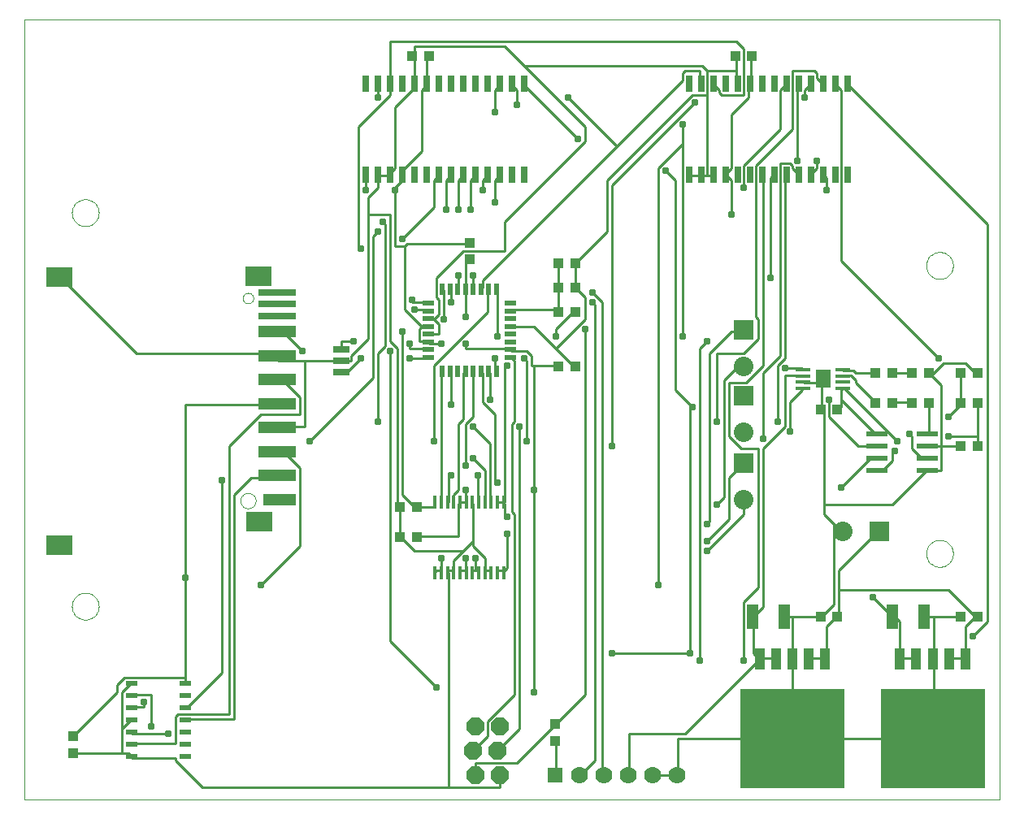
<source format=gtl>
G75*
%MOIN*%
%OFA0B0*%
%FSLAX24Y24*%
%IPPOS*%
%LPD*%
%AMOC8*
5,1,8,0,0,1.08239X$1,22.5*
%
%ADD10C,0.0000*%
%ADD11R,0.0500X0.0220*%
%ADD12R,0.0220X0.0500*%
%ADD13R,0.0669X0.0276*%
%ADD14R,0.0433X0.0394*%
%ADD15R,0.0394X0.0433*%
%ADD16R,0.0137X0.0550*%
%ADD17R,0.0800X0.0800*%
%ADD18C,0.0800*%
%ADD19R,0.0256X0.0669*%
%ADD20R,0.0594X0.0594*%
%ADD21C,0.0700*%
%ADD22OC8,0.0740*%
%ADD23R,0.0472X0.0236*%
%ADD24R,0.0630X0.0157*%
%ADD25R,0.0618X0.0744*%
%ADD26R,0.4252X0.4098*%
%ADD27R,0.0420X0.0850*%
%ADD28R,0.0472X0.0984*%
%ADD29R,0.1102X0.0787*%
%ADD30R,0.1575X0.0276*%
%ADD31R,0.1575X0.0472*%
%ADD32R,0.1378X0.0472*%
%ADD33R,0.0866X0.0236*%
%ADD34C,0.0100*%
%ADD35C,0.0310*%
D10*
X000100Y000312D02*
X000100Y032312D01*
X040100Y032312D01*
X040100Y000312D01*
X000100Y000312D01*
X002049Y008241D02*
X002051Y008288D01*
X002057Y008334D01*
X002067Y008380D01*
X002080Y008425D01*
X002098Y008468D01*
X002119Y008510D01*
X002143Y008550D01*
X002171Y008587D01*
X002202Y008622D01*
X002236Y008655D01*
X002272Y008684D01*
X002311Y008710D01*
X002352Y008733D01*
X002395Y008752D01*
X002439Y008768D01*
X002484Y008780D01*
X002530Y008788D01*
X002577Y008792D01*
X002623Y008792D01*
X002670Y008788D01*
X002716Y008780D01*
X002761Y008768D01*
X002805Y008752D01*
X002848Y008733D01*
X002889Y008710D01*
X002928Y008684D01*
X002964Y008655D01*
X002998Y008622D01*
X003029Y008587D01*
X003057Y008550D01*
X003081Y008510D01*
X003102Y008468D01*
X003120Y008425D01*
X003133Y008380D01*
X003143Y008334D01*
X003149Y008288D01*
X003151Y008241D01*
X003149Y008194D01*
X003143Y008148D01*
X003133Y008102D01*
X003120Y008057D01*
X003102Y008014D01*
X003081Y007972D01*
X003057Y007932D01*
X003029Y007895D01*
X002998Y007860D01*
X002964Y007827D01*
X002928Y007798D01*
X002889Y007772D01*
X002848Y007749D01*
X002805Y007730D01*
X002761Y007714D01*
X002716Y007702D01*
X002670Y007694D01*
X002623Y007690D01*
X002577Y007690D01*
X002530Y007694D01*
X002484Y007702D01*
X002439Y007714D01*
X002395Y007730D01*
X002352Y007749D01*
X002311Y007772D01*
X002272Y007798D01*
X002236Y007827D01*
X002202Y007860D01*
X002171Y007895D01*
X002143Y007932D01*
X002119Y007972D01*
X002098Y008014D01*
X002080Y008057D01*
X002067Y008102D01*
X002057Y008148D01*
X002051Y008194D01*
X002049Y008241D01*
X008958Y012572D02*
X008960Y012607D01*
X008966Y012642D01*
X008976Y012676D01*
X008989Y012709D01*
X009006Y012740D01*
X009027Y012768D01*
X009050Y012795D01*
X009077Y012818D01*
X009105Y012839D01*
X009136Y012856D01*
X009169Y012869D01*
X009203Y012879D01*
X009238Y012885D01*
X009273Y012887D01*
X009308Y012885D01*
X009343Y012879D01*
X009377Y012869D01*
X009410Y012856D01*
X009441Y012839D01*
X009469Y012818D01*
X009496Y012795D01*
X009519Y012768D01*
X009540Y012740D01*
X009557Y012709D01*
X009570Y012676D01*
X009580Y012642D01*
X009586Y012607D01*
X009588Y012572D01*
X009586Y012537D01*
X009580Y012502D01*
X009570Y012468D01*
X009557Y012435D01*
X009540Y012404D01*
X009519Y012376D01*
X009496Y012349D01*
X009469Y012326D01*
X009441Y012305D01*
X009410Y012288D01*
X009377Y012275D01*
X009343Y012265D01*
X009308Y012259D01*
X009273Y012257D01*
X009238Y012259D01*
X009203Y012265D01*
X009169Y012275D01*
X009136Y012288D01*
X009105Y012305D01*
X009077Y012326D01*
X009050Y012349D01*
X009027Y012376D01*
X009006Y012404D01*
X008989Y012435D01*
X008976Y012468D01*
X008966Y012502D01*
X008960Y012537D01*
X008958Y012572D01*
X009056Y020879D02*
X009058Y020908D01*
X009064Y020936D01*
X009073Y020964D01*
X009086Y020990D01*
X009103Y021013D01*
X009122Y021035D01*
X009144Y021054D01*
X009169Y021069D01*
X009195Y021082D01*
X009223Y021090D01*
X009251Y021095D01*
X009280Y021096D01*
X009309Y021093D01*
X009337Y021086D01*
X009364Y021076D01*
X009390Y021062D01*
X009413Y021045D01*
X009434Y021025D01*
X009452Y021002D01*
X009467Y020977D01*
X009478Y020950D01*
X009486Y020922D01*
X009490Y020893D01*
X009490Y020865D01*
X009486Y020836D01*
X009478Y020808D01*
X009467Y020781D01*
X009452Y020756D01*
X009434Y020733D01*
X009413Y020713D01*
X009390Y020696D01*
X009364Y020682D01*
X009337Y020672D01*
X009309Y020665D01*
X009280Y020662D01*
X009251Y020663D01*
X009223Y020668D01*
X009195Y020676D01*
X009169Y020689D01*
X009144Y020704D01*
X009122Y020723D01*
X009103Y020745D01*
X009086Y020768D01*
X009073Y020794D01*
X009064Y020822D01*
X009058Y020850D01*
X009056Y020879D01*
X002049Y024383D02*
X002051Y024430D01*
X002057Y024476D01*
X002067Y024522D01*
X002080Y024567D01*
X002098Y024610D01*
X002119Y024652D01*
X002143Y024692D01*
X002171Y024729D01*
X002202Y024764D01*
X002236Y024797D01*
X002272Y024826D01*
X002311Y024852D01*
X002352Y024875D01*
X002395Y024894D01*
X002439Y024910D01*
X002484Y024922D01*
X002530Y024930D01*
X002577Y024934D01*
X002623Y024934D01*
X002670Y024930D01*
X002716Y024922D01*
X002761Y024910D01*
X002805Y024894D01*
X002848Y024875D01*
X002889Y024852D01*
X002928Y024826D01*
X002964Y024797D01*
X002998Y024764D01*
X003029Y024729D01*
X003057Y024692D01*
X003081Y024652D01*
X003102Y024610D01*
X003120Y024567D01*
X003133Y024522D01*
X003143Y024476D01*
X003149Y024430D01*
X003151Y024383D01*
X003149Y024336D01*
X003143Y024290D01*
X003133Y024244D01*
X003120Y024199D01*
X003102Y024156D01*
X003081Y024114D01*
X003057Y024074D01*
X003029Y024037D01*
X002998Y024002D01*
X002964Y023969D01*
X002928Y023940D01*
X002889Y023914D01*
X002848Y023891D01*
X002805Y023872D01*
X002761Y023856D01*
X002716Y023844D01*
X002670Y023836D01*
X002623Y023832D01*
X002577Y023832D01*
X002530Y023836D01*
X002484Y023844D01*
X002439Y023856D01*
X002395Y023872D01*
X002352Y023891D01*
X002311Y023914D01*
X002272Y023940D01*
X002236Y023969D01*
X002202Y024002D01*
X002171Y024037D01*
X002143Y024074D01*
X002119Y024114D01*
X002098Y024156D01*
X002080Y024199D01*
X002067Y024244D01*
X002057Y024290D01*
X002051Y024336D01*
X002049Y024383D01*
X037088Y022218D02*
X037090Y022265D01*
X037096Y022311D01*
X037106Y022357D01*
X037119Y022402D01*
X037137Y022445D01*
X037158Y022487D01*
X037182Y022527D01*
X037210Y022564D01*
X037241Y022599D01*
X037275Y022632D01*
X037311Y022661D01*
X037350Y022687D01*
X037391Y022710D01*
X037434Y022729D01*
X037478Y022745D01*
X037523Y022757D01*
X037569Y022765D01*
X037616Y022769D01*
X037662Y022769D01*
X037709Y022765D01*
X037755Y022757D01*
X037800Y022745D01*
X037844Y022729D01*
X037887Y022710D01*
X037928Y022687D01*
X037967Y022661D01*
X038003Y022632D01*
X038037Y022599D01*
X038068Y022564D01*
X038096Y022527D01*
X038120Y022487D01*
X038141Y022445D01*
X038159Y022402D01*
X038172Y022357D01*
X038182Y022311D01*
X038188Y022265D01*
X038190Y022218D01*
X038188Y022171D01*
X038182Y022125D01*
X038172Y022079D01*
X038159Y022034D01*
X038141Y021991D01*
X038120Y021949D01*
X038096Y021909D01*
X038068Y021872D01*
X038037Y021837D01*
X038003Y021804D01*
X037967Y021775D01*
X037928Y021749D01*
X037887Y021726D01*
X037844Y021707D01*
X037800Y021691D01*
X037755Y021679D01*
X037709Y021671D01*
X037662Y021667D01*
X037616Y021667D01*
X037569Y021671D01*
X037523Y021679D01*
X037478Y021691D01*
X037434Y021707D01*
X037391Y021726D01*
X037350Y021749D01*
X037311Y021775D01*
X037275Y021804D01*
X037241Y021837D01*
X037210Y021872D01*
X037182Y021909D01*
X037158Y021949D01*
X037137Y021991D01*
X037119Y022034D01*
X037106Y022079D01*
X037096Y022125D01*
X037090Y022171D01*
X037088Y022218D01*
X037088Y010406D02*
X037090Y010453D01*
X037096Y010499D01*
X037106Y010545D01*
X037119Y010590D01*
X037137Y010633D01*
X037158Y010675D01*
X037182Y010715D01*
X037210Y010752D01*
X037241Y010787D01*
X037275Y010820D01*
X037311Y010849D01*
X037350Y010875D01*
X037391Y010898D01*
X037434Y010917D01*
X037478Y010933D01*
X037523Y010945D01*
X037569Y010953D01*
X037616Y010957D01*
X037662Y010957D01*
X037709Y010953D01*
X037755Y010945D01*
X037800Y010933D01*
X037844Y010917D01*
X037887Y010898D01*
X037928Y010875D01*
X037967Y010849D01*
X038003Y010820D01*
X038037Y010787D01*
X038068Y010752D01*
X038096Y010715D01*
X038120Y010675D01*
X038141Y010633D01*
X038159Y010590D01*
X038172Y010545D01*
X038182Y010499D01*
X038188Y010453D01*
X038190Y010406D01*
X038188Y010359D01*
X038182Y010313D01*
X038172Y010267D01*
X038159Y010222D01*
X038141Y010179D01*
X038120Y010137D01*
X038096Y010097D01*
X038068Y010060D01*
X038037Y010025D01*
X038003Y009992D01*
X037967Y009963D01*
X037928Y009937D01*
X037887Y009914D01*
X037844Y009895D01*
X037800Y009879D01*
X037755Y009867D01*
X037709Y009859D01*
X037662Y009855D01*
X037616Y009855D01*
X037569Y009859D01*
X037523Y009867D01*
X037478Y009879D01*
X037434Y009895D01*
X037391Y009914D01*
X037350Y009937D01*
X037311Y009963D01*
X037275Y009992D01*
X037241Y010025D01*
X037210Y010060D01*
X037182Y010097D01*
X037158Y010137D01*
X037137Y010179D01*
X037119Y010222D01*
X037106Y010267D01*
X037096Y010313D01*
X037090Y010359D01*
X037088Y010406D01*
D11*
X020040Y018460D03*
X020040Y018775D03*
X020040Y019090D03*
X020040Y019405D03*
X020040Y019720D03*
X020040Y020035D03*
X020040Y020350D03*
X020040Y020665D03*
X016660Y020665D03*
X016660Y020350D03*
X016660Y020035D03*
X016660Y019720D03*
X016660Y019405D03*
X016660Y019090D03*
X016660Y018775D03*
X016660Y018460D03*
D12*
X017248Y017872D03*
X017563Y017872D03*
X017878Y017872D03*
X018193Y017872D03*
X018507Y017872D03*
X018822Y017872D03*
X019137Y017872D03*
X019452Y017872D03*
X019452Y021252D03*
X019137Y021252D03*
X018822Y021252D03*
X018507Y021252D03*
X018193Y021252D03*
X017878Y021252D03*
X017563Y021252D03*
X017248Y021252D03*
D13*
X013100Y018785D03*
X013100Y018312D03*
X013100Y017840D03*
D14*
X015515Y012312D03*
X016185Y012312D03*
X016185Y011062D03*
X015515Y011062D03*
X022015Y018062D03*
X022685Y018062D03*
X022685Y020312D03*
X022015Y020312D03*
X022015Y021312D03*
X022685Y021312D03*
X022685Y022312D03*
X022015Y022312D03*
X032765Y016312D03*
X033435Y016312D03*
X035015Y016562D03*
X035685Y016562D03*
X036515Y016562D03*
X037185Y016562D03*
X037185Y017812D03*
X036515Y017812D03*
X035685Y017812D03*
X035015Y017812D03*
X038515Y017812D03*
X039185Y017812D03*
X039185Y016562D03*
X038515Y016562D03*
X038515Y014812D03*
X039185Y014812D03*
X039185Y007812D03*
X038515Y007812D03*
X033435Y007812D03*
X032765Y007812D03*
X029935Y030812D03*
X029265Y030812D03*
X016685Y030812D03*
X016015Y030812D03*
D15*
X018350Y023147D03*
X018350Y022478D03*
X021850Y003397D03*
X021850Y002728D03*
X002100Y002897D03*
X002100Y002228D03*
D16*
X016943Y009623D03*
X017198Y009623D03*
X017454Y009623D03*
X017710Y009623D03*
X017966Y009623D03*
X018222Y009623D03*
X018478Y009623D03*
X018734Y009623D03*
X018990Y009623D03*
X019246Y009623D03*
X019502Y009623D03*
X019757Y009623D03*
X019757Y012502D03*
X019502Y012502D03*
X019246Y012502D03*
X018990Y012502D03*
X018734Y012502D03*
X018478Y012502D03*
X018222Y012502D03*
X017966Y012502D03*
X017710Y012502D03*
X017454Y012502D03*
X017198Y012502D03*
X016943Y012502D03*
D17*
X029600Y014127D03*
X029600Y016882D03*
X029600Y019595D03*
X035170Y011312D03*
D18*
X033652Y011312D03*
X029600Y012609D03*
X029600Y015364D03*
X029600Y018077D03*
D19*
X029350Y025931D03*
X029850Y025931D03*
X030350Y025931D03*
X030850Y025931D03*
X031350Y025931D03*
X031850Y025931D03*
X032350Y025931D03*
X032850Y025931D03*
X033350Y025931D03*
X033850Y025931D03*
X033850Y029694D03*
X033350Y029694D03*
X032850Y029694D03*
X032350Y029694D03*
X031850Y029694D03*
X031350Y029694D03*
X030850Y029694D03*
X030350Y029694D03*
X029850Y029694D03*
X029350Y029694D03*
X028850Y029694D03*
X028350Y029694D03*
X027850Y029694D03*
X027350Y029694D03*
X027350Y025931D03*
X027850Y025931D03*
X028350Y025931D03*
X028850Y025931D03*
X020600Y025931D03*
X020100Y025931D03*
X019600Y025931D03*
X019100Y025931D03*
X018600Y025931D03*
X018100Y025931D03*
X017600Y025931D03*
X017100Y025931D03*
X016600Y025931D03*
X016100Y025931D03*
X015600Y025931D03*
X015100Y025931D03*
X014600Y025931D03*
X014100Y025931D03*
X014100Y029694D03*
X014600Y029694D03*
X015100Y029694D03*
X015600Y029694D03*
X016100Y029694D03*
X016600Y029694D03*
X017100Y029694D03*
X017600Y029694D03*
X018100Y029694D03*
X018600Y029694D03*
X019100Y029694D03*
X019600Y029694D03*
X020100Y029694D03*
X020600Y029694D03*
D20*
X021850Y001312D03*
D21*
X022850Y001312D03*
X023850Y001312D03*
X024850Y001312D03*
X025850Y001312D03*
X026850Y001312D03*
D22*
X019600Y001312D03*
X018600Y001312D03*
X018500Y002312D03*
X019500Y002312D03*
X019600Y003312D03*
X018600Y003312D03*
D23*
X006702Y003062D03*
X006702Y003562D03*
X006702Y004062D03*
X006702Y004562D03*
X006702Y005062D03*
X004498Y005062D03*
X004498Y004562D03*
X004498Y004062D03*
X004498Y003562D03*
X004498Y003062D03*
X004498Y002562D03*
X004498Y002062D03*
X006702Y002062D03*
X006702Y002562D03*
D24*
X032023Y017179D03*
X032023Y017434D03*
X032023Y017690D03*
X032023Y017946D03*
X033677Y017946D03*
X033677Y017690D03*
X033677Y017434D03*
X033677Y017179D03*
D25*
X032850Y017562D03*
D26*
X031600Y002812D03*
X037350Y002812D03*
D27*
X037350Y006092D03*
X036680Y006092D03*
X036010Y006092D03*
X038020Y006092D03*
X038690Y006092D03*
X032940Y006092D03*
X032270Y006092D03*
X031600Y006092D03*
X030930Y006092D03*
X030260Y006092D03*
D28*
X029950Y007812D03*
X031250Y007812D03*
X035700Y007812D03*
X037000Y007812D03*
D29*
X009746Y011706D03*
X001517Y010761D03*
X001517Y021745D03*
X009706Y021785D03*
D30*
X010454Y021116D03*
X010454Y020643D03*
X010454Y020131D03*
D31*
X010454Y019501D03*
X010454Y018517D03*
X010454Y017533D03*
X010454Y016549D03*
X010454Y015564D03*
X010454Y014580D03*
X010454Y013596D03*
D32*
X010553Y012612D03*
D33*
X035076Y013812D03*
X035076Y014312D03*
X035076Y014812D03*
X035076Y015312D03*
X037124Y015312D03*
X037124Y014812D03*
X037124Y014312D03*
X037124Y013812D03*
D34*
X037100Y013812D01*
X035700Y012412D01*
X032900Y012412D01*
X032900Y016212D01*
X032800Y016312D01*
X032765Y016312D01*
X032800Y016312D02*
X032800Y017412D01*
X032850Y017562D01*
X032800Y017512D01*
X032800Y017412D01*
X032100Y017412D01*
X032023Y017434D01*
X032023Y017179D02*
X032000Y017112D01*
X031500Y016612D01*
X031500Y015412D01*
X031300Y015612D02*
X030400Y014712D01*
X030400Y008212D01*
X030000Y007812D01*
X029950Y007812D01*
X030000Y007812D02*
X030000Y006312D01*
X030200Y006112D01*
X030260Y006092D01*
X030200Y006012D01*
X027200Y003012D01*
X024900Y003012D01*
X024900Y001312D01*
X024850Y001312D01*
X025850Y001312D02*
X026850Y001312D01*
X026900Y001312D01*
X026900Y002812D01*
X031600Y002812D01*
X037350Y002812D01*
X037400Y002812D01*
X037400Y006012D01*
X037350Y006092D01*
X037400Y006112D01*
X037400Y007812D01*
X038515Y007812D01*
X038700Y007412D02*
X038700Y006112D01*
X038690Y006092D01*
X038600Y006112D01*
X038100Y006112D01*
X038020Y006092D01*
X036680Y006092D02*
X036600Y006112D01*
X036100Y006112D01*
X036010Y006092D01*
X036000Y006112D01*
X036000Y007612D01*
X035800Y007812D01*
X035700Y007812D01*
X035700Y007812D01*
X034900Y008612D01*
X033500Y008912D02*
X033500Y009712D01*
X035100Y011312D01*
X035170Y011312D01*
X033652Y011312D02*
X033600Y011312D01*
X033300Y011612D01*
X033300Y008312D01*
X032800Y007812D01*
X032765Y007812D01*
X031600Y007812D01*
X031600Y006112D01*
X031600Y006092D01*
X031600Y002812D01*
X030930Y006092D02*
X030900Y006112D01*
X030300Y006112D01*
X030260Y006092D01*
X029600Y006012D02*
X029600Y008412D01*
X030200Y009012D01*
X030200Y014712D01*
X029500Y014712D01*
X029000Y015212D01*
X029000Y017412D01*
X029700Y017412D01*
X030400Y018112D01*
X030400Y025912D01*
X030350Y025931D01*
X030700Y025812D02*
X030700Y021712D01*
X030100Y020112D02*
X030200Y020012D01*
X030200Y019212D01*
X029600Y018612D01*
X028500Y018612D01*
X028500Y015812D01*
X027500Y016412D02*
X026800Y017112D01*
X026800Y025712D01*
X026400Y026112D01*
X026100Y026212D02*
X027100Y027212D01*
X027100Y019312D01*
X027800Y018812D02*
X027800Y006012D01*
X027400Y006312D02*
X027400Y016312D01*
X027500Y016412D01*
X028800Y017512D02*
X029300Y018012D01*
X029600Y018012D01*
X029600Y018077D01*
X030400Y017812D02*
X030400Y015112D01*
X031000Y015812D02*
X031000Y018112D01*
X031300Y018412D01*
X031300Y025912D01*
X031350Y025931D01*
X031600Y026212D02*
X031600Y026312D01*
X031500Y026412D01*
X031100Y026412D01*
X031100Y018512D01*
X030400Y017812D01*
X031300Y017712D02*
X031300Y015612D01*
X033100Y016012D02*
X034300Y014812D01*
X035076Y014812D01*
X035076Y014312D02*
X034800Y014312D01*
X033600Y013112D01*
X032900Y012412D02*
X032900Y012012D01*
X033300Y011612D01*
X035076Y013812D02*
X035300Y013812D01*
X035700Y014212D01*
X035700Y014512D01*
X035800Y014612D01*
X035900Y015012D02*
X033700Y017212D01*
X033677Y017179D01*
X033600Y017112D01*
X033600Y016712D01*
X035000Y015312D01*
X035076Y015312D01*
X036400Y015312D02*
X036500Y015212D01*
X036500Y014712D01*
X036900Y014312D01*
X037124Y014312D01*
X037124Y014812D02*
X037700Y014812D01*
X037700Y013812D01*
X037124Y013812D01*
X037700Y014812D02*
X037700Y017312D01*
X037300Y017712D01*
X037185Y017812D01*
X037200Y017812D01*
X037300Y017712D01*
X037800Y018212D01*
X038700Y018212D01*
X039100Y017812D01*
X039185Y017812D01*
X038515Y017812D02*
X038500Y017812D01*
X038500Y016612D01*
X038515Y016562D01*
X038500Y016512D01*
X038000Y016012D01*
X037200Y016512D02*
X037200Y015312D01*
X037124Y015312D01*
X037700Y014812D02*
X038515Y014812D01*
X038000Y015212D02*
X039200Y015212D01*
X039200Y014812D01*
X039185Y014812D01*
X039200Y015212D02*
X039200Y016512D01*
X039185Y016562D01*
X037200Y016512D02*
X037185Y016562D01*
X036515Y016562D02*
X036500Y016612D01*
X035700Y016612D01*
X035685Y016562D01*
X035015Y016562D02*
X035000Y016612D01*
X034200Y017412D01*
X034200Y017512D01*
X034000Y017712D01*
X033700Y017712D01*
X033677Y017690D01*
X033700Y017912D02*
X033677Y017946D01*
X033700Y017912D02*
X034100Y017912D01*
X034200Y017812D01*
X035015Y017812D01*
X035685Y017812D02*
X036515Y017812D01*
X037600Y018412D02*
X033600Y022412D01*
X033600Y029412D01*
X033400Y029612D01*
X033350Y029694D01*
X032850Y029694D02*
X032800Y029712D01*
X032600Y029912D01*
X032600Y030112D01*
X032500Y030212D01*
X031600Y030212D01*
X031600Y027812D01*
X030100Y026312D01*
X030100Y020112D01*
X029600Y019595D02*
X029600Y019512D01*
X029100Y019512D01*
X028200Y018612D01*
X028200Y011712D01*
X028100Y011612D01*
X028100Y010912D02*
X029000Y011812D01*
X029000Y013512D01*
X029600Y014112D01*
X029600Y014127D01*
X028800Y012712D02*
X028800Y017512D01*
X027800Y018812D02*
X028100Y019112D01*
X031300Y018012D02*
X032000Y018012D01*
X032023Y017946D01*
X032000Y017712D02*
X032023Y017690D01*
X032000Y017712D02*
X031300Y017712D01*
X033100Y016712D02*
X033100Y016012D01*
X033435Y016312D02*
X033500Y016312D01*
X033600Y016412D01*
X033600Y016712D01*
X028800Y012712D02*
X028500Y012412D01*
X029600Y012609D02*
X029600Y012012D01*
X028100Y010512D01*
X026100Y009112D02*
X026100Y026212D01*
X027350Y025931D02*
X027400Y025912D01*
X027800Y025912D01*
X027850Y025931D01*
X027900Y025912D01*
X028100Y025912D01*
X028100Y029212D01*
X027500Y029212D01*
X024000Y025712D01*
X024000Y023612D01*
X022700Y022312D01*
X022685Y022312D01*
X022700Y022312D02*
X022700Y021312D01*
X022685Y021312D01*
X022700Y021312D02*
X023100Y020912D01*
X023100Y020012D01*
X021900Y018812D01*
X022600Y018112D01*
X022685Y018062D01*
X022015Y018062D02*
X022000Y018112D01*
X021000Y018112D01*
X021000Y013012D01*
X021000Y004712D01*
X020200Y004612D02*
X019100Y003512D01*
X019100Y002912D01*
X018500Y002312D01*
X018600Y001812D02*
X018600Y001312D01*
X018600Y001812D02*
X020300Y001812D01*
X021800Y003312D01*
X021850Y003397D01*
X021900Y003412D01*
X023100Y004612D01*
X023100Y019612D01*
X022685Y020312D02*
X022600Y020312D01*
X021900Y019612D01*
X021900Y019312D01*
X021900Y018812D02*
X021000Y019712D01*
X020100Y019712D01*
X020040Y019720D01*
X020040Y020350D02*
X020100Y020412D01*
X022000Y020412D01*
X022015Y020312D01*
X022000Y020312D01*
X022000Y020412D01*
X022000Y021312D01*
X022015Y021312D01*
X022000Y021312D02*
X022000Y022312D01*
X022015Y022312D01*
X023400Y021112D02*
X023800Y020712D01*
X023800Y001312D01*
X023850Y001312D01*
X023500Y001912D02*
X022900Y001312D01*
X022850Y001312D01*
X023500Y001912D02*
X023500Y020612D01*
X023400Y020712D01*
X020900Y018512D02*
X020700Y018712D01*
X020100Y018712D01*
X020040Y018775D01*
X020000Y018812D01*
X018200Y018812D01*
X018200Y019012D01*
X017200Y019012D02*
X016700Y019012D01*
X016660Y019090D01*
X016600Y019112D01*
X016300Y019112D01*
X016300Y019612D01*
X016400Y019712D01*
X015700Y020412D01*
X015700Y023012D01*
X015300Y023012D01*
X015300Y025312D01*
X015300Y025412D01*
X015600Y025712D01*
X015600Y025931D01*
X015600Y026112D01*
X016400Y026912D01*
X016400Y029412D01*
X016600Y029612D01*
X016600Y029694D01*
X016600Y030812D01*
X016685Y030812D01*
X016100Y030812D02*
X016100Y031212D01*
X019800Y031212D01*
X020600Y030412D01*
X027900Y030412D01*
X028100Y030212D01*
X028100Y029212D01*
X028400Y029612D02*
X028350Y029694D01*
X028400Y029612D02*
X028600Y029412D01*
X028600Y029312D01*
X028700Y029212D01*
X029600Y029212D01*
X029600Y031112D01*
X029300Y031412D01*
X015100Y031412D01*
X015100Y029694D01*
X015100Y029212D01*
X013800Y027912D01*
X013800Y023012D01*
X013900Y022912D01*
X014400Y023412D02*
X014400Y017612D01*
X011800Y015012D01*
X011600Y015612D02*
X011600Y018312D01*
X013100Y018312D01*
X013500Y018312D01*
X013500Y018512D01*
X014200Y019212D01*
X014200Y024312D01*
X015100Y024312D01*
X015100Y019112D01*
X015400Y018812D01*
X015400Y012412D01*
X015500Y012312D01*
X015515Y012312D01*
X015500Y012312D02*
X015500Y011112D01*
X015515Y011062D01*
X015600Y011012D01*
X016100Y010512D01*
X018100Y010512D01*
X017700Y010112D01*
X017700Y009712D01*
X017710Y009623D01*
X017700Y009712D02*
X017500Y009712D01*
X017454Y009623D01*
X017500Y009612D01*
X017500Y000812D01*
X007400Y000812D01*
X006300Y001912D01*
X006300Y002012D01*
X004500Y002012D01*
X004498Y002062D01*
X004400Y002112D01*
X004400Y002212D01*
X004100Y002212D01*
X004100Y003212D01*
X004100Y004712D01*
X004400Y005012D01*
X004498Y005062D01*
X004200Y005312D02*
X006700Y005312D01*
X006700Y009412D01*
X006700Y016512D01*
X010400Y016512D01*
X010454Y016549D01*
X009800Y016112D02*
X011400Y016112D01*
X011400Y016812D01*
X010700Y017512D01*
X010500Y017512D01*
X010454Y017533D01*
X010500Y018312D02*
X010500Y018512D01*
X010454Y018517D01*
X010400Y018612D01*
X004700Y018612D01*
X001600Y021712D01*
X001517Y021745D01*
X001500Y021812D01*
X008500Y014812D02*
X009800Y016112D01*
X010454Y015564D02*
X010500Y015612D01*
X011600Y015612D01*
X010800Y014512D02*
X010500Y014512D01*
X010454Y014580D01*
X010800Y014512D02*
X011400Y013912D01*
X011400Y010712D01*
X009800Y009112D01*
X008700Y012812D02*
X009400Y013512D01*
X010400Y013512D01*
X010454Y013596D01*
X008700Y012812D02*
X008700Y003612D01*
X006800Y003612D01*
X006702Y003562D01*
X006400Y003812D02*
X008500Y003812D01*
X008500Y014812D01*
X008200Y013412D02*
X008200Y005512D01*
X006800Y004112D01*
X006702Y004062D01*
X006400Y003812D02*
X006300Y003712D01*
X006300Y002612D01*
X004500Y002612D01*
X004498Y002562D01*
X004100Y002212D02*
X002100Y002212D01*
X002100Y002228D01*
X002100Y002897D02*
X002100Y002912D01*
X003900Y004712D01*
X003900Y005012D01*
X004200Y005312D01*
X004500Y004612D02*
X004498Y004562D01*
X004500Y004612D02*
X005300Y004612D01*
X005300Y003312D01*
X006000Y003012D02*
X004500Y003012D01*
X004498Y003062D01*
X004100Y003212D02*
X004400Y003512D01*
X004498Y003562D01*
X004498Y004062D02*
X004500Y004112D01*
X005000Y004112D01*
X005000Y004312D01*
X006702Y005062D02*
X006700Y005112D01*
X006700Y005312D01*
X015100Y006812D02*
X015100Y018712D01*
X014900Y018912D02*
X014600Y018612D01*
X014600Y015812D01*
X016900Y015012D02*
X016900Y018112D01*
X019100Y020312D01*
X019100Y021212D01*
X019137Y021252D01*
X018900Y021312D02*
X018900Y021612D01*
X024400Y027112D01*
X022400Y029112D01*
X023100Y027912D02*
X020600Y030412D01*
X020600Y029694D02*
X020600Y029612D01*
X022800Y027412D01*
X023100Y027312D02*
X023100Y027912D01*
X023100Y027312D02*
X019800Y024012D01*
X019800Y022812D01*
X018100Y022812D01*
X017000Y021712D01*
X017000Y020912D01*
X017100Y020812D01*
X017100Y020212D01*
X016900Y020012D01*
X016660Y020035D01*
X016700Y020012D01*
X016900Y020012D01*
X017100Y019812D01*
X017100Y019412D01*
X016700Y019412D01*
X016660Y019405D01*
X016600Y019712D02*
X016660Y019720D01*
X016600Y019712D02*
X016400Y019712D01*
X016660Y020350D02*
X016600Y020412D01*
X016100Y020412D01*
X016000Y020712D02*
X016000Y020812D01*
X016000Y020712D02*
X016600Y020712D01*
X016660Y020665D01*
X017248Y021252D02*
X017300Y021212D01*
X017300Y020012D01*
X017600Y020712D02*
X017600Y021212D01*
X017563Y021252D01*
X017878Y021252D02*
X017900Y021312D01*
X017900Y021812D01*
X018200Y021312D02*
X018200Y022312D01*
X018300Y022412D01*
X018350Y022478D01*
X018300Y023112D02*
X018350Y023147D01*
X018300Y023112D02*
X015800Y023112D01*
X015700Y023012D01*
X015600Y023312D02*
X016900Y024612D01*
X016900Y025712D01*
X017100Y025912D01*
X017100Y025931D01*
X017400Y025712D02*
X017400Y024512D01*
X017900Y024512D02*
X017900Y025712D01*
X018100Y025912D01*
X018100Y025931D01*
X018400Y025712D02*
X018400Y024512D01*
X019400Y024812D02*
X019400Y025712D01*
X019600Y025912D01*
X019600Y025931D01*
X019100Y025912D02*
X019100Y025931D01*
X019100Y025912D02*
X018900Y025712D01*
X018900Y025312D01*
X018400Y025712D02*
X018600Y025912D01*
X018600Y025931D01*
X017600Y025912D02*
X017600Y025931D01*
X017600Y025912D02*
X017400Y025712D01*
X015300Y026212D02*
X015300Y028712D01*
X016100Y029512D01*
X016100Y029694D01*
X016100Y030812D01*
X016015Y030812D01*
X014600Y029694D02*
X014600Y029112D01*
X015300Y026212D02*
X015100Y026012D01*
X015100Y025931D01*
X015100Y025912D01*
X014600Y025912D01*
X014600Y025931D01*
X014600Y025912D02*
X014600Y025412D01*
X014200Y025012D01*
X014200Y024312D01*
X014800Y024012D02*
X014900Y023912D01*
X014900Y018912D01*
X015600Y019512D02*
X015600Y012812D01*
X016100Y012312D01*
X016185Y012312D01*
X016900Y012312D01*
X016900Y012412D01*
X016943Y012502D01*
X017198Y012502D02*
X017200Y012512D01*
X017200Y017812D01*
X017248Y017872D01*
X017563Y017872D02*
X017600Y017812D01*
X017600Y016512D01*
X018100Y015912D02*
X017900Y015712D01*
X017900Y013012D01*
X017700Y012812D01*
X017700Y012512D01*
X017710Y012502D01*
X017900Y012412D02*
X017966Y012502D01*
X018000Y012512D01*
X018200Y012512D01*
X018222Y012502D01*
X018200Y012512D02*
X018200Y013012D01*
X018700Y012512D02*
X018700Y013612D01*
X019000Y013812D02*
X019000Y012512D01*
X018990Y012502D01*
X019200Y012512D02*
X019246Y012502D01*
X019200Y012512D02*
X019200Y014912D01*
X018500Y015612D01*
X018200Y015712D02*
X018500Y016012D01*
X018500Y017812D01*
X018507Y017872D01*
X018193Y017872D02*
X018100Y017812D01*
X018100Y015912D01*
X018200Y015712D02*
X018200Y014012D01*
X018500Y014312D02*
X019000Y013812D01*
X019400Y013412D02*
X019400Y016112D01*
X018900Y016612D01*
X018900Y017812D01*
X018822Y017872D01*
X019137Y017872D02*
X019200Y017812D01*
X019200Y016712D01*
X020100Y015712D02*
X020100Y012112D01*
X020200Y012012D01*
X020200Y004612D01*
X020400Y003212D02*
X019500Y002312D01*
X019600Y001312D02*
X019600Y000812D01*
X017500Y000812D01*
X020400Y003212D02*
X020400Y015612D01*
X020200Y015812D02*
X020100Y015712D01*
X020200Y015812D02*
X020200Y018312D01*
X020100Y018412D01*
X020040Y018460D01*
X019900Y018112D02*
X019800Y018012D01*
X019800Y012512D01*
X019757Y012502D01*
X019800Y012412D01*
X019800Y012012D01*
X019900Y011912D01*
X019757Y012502D02*
X019700Y012512D01*
X019500Y012512D01*
X019502Y012502D01*
X018734Y012502D02*
X018700Y012512D01*
X018478Y012502D02*
X018500Y012412D01*
X018500Y010912D01*
X018100Y010512D01*
X018200Y010212D02*
X018200Y009712D01*
X018222Y009623D01*
X018200Y009712D02*
X018000Y009712D01*
X017966Y009623D01*
X018478Y009623D02*
X018500Y009712D01*
X018600Y009712D01*
X018600Y010212D01*
X019000Y010212D02*
X019000Y009712D01*
X018990Y009623D01*
X019000Y009712D02*
X019200Y009712D01*
X019246Y009623D01*
X019502Y009623D02*
X019500Y009712D01*
X019700Y009712D01*
X019757Y009623D01*
X019800Y009712D01*
X019900Y009812D01*
X019900Y011212D01*
X019000Y010212D02*
X018500Y010712D01*
X018500Y010912D01*
X017900Y011112D02*
X017900Y012412D01*
X017500Y012512D02*
X017454Y012502D01*
X017500Y012512D02*
X017500Y013512D01*
X017600Y013612D01*
X019400Y013412D02*
X019500Y013312D01*
X020700Y015012D02*
X020700Y018312D01*
X020600Y018412D01*
X020900Y018512D02*
X020900Y018112D01*
X021000Y018112D01*
X019452Y017872D02*
X019400Y017912D01*
X019400Y018412D01*
X019500Y019312D02*
X019500Y021212D01*
X019452Y021252D01*
X018900Y021312D02*
X018822Y021252D01*
X018507Y021252D02*
X018500Y021312D01*
X018500Y021812D01*
X018200Y021312D02*
X018193Y021252D01*
X018200Y021212D01*
X018200Y020112D01*
X016660Y018775D02*
X016600Y018812D01*
X015900Y018812D01*
X015900Y019012D01*
X015900Y018412D02*
X016600Y018412D01*
X016660Y018460D01*
X013900Y018412D02*
X013400Y017912D01*
X013100Y017912D01*
X013100Y017840D01*
X013100Y018785D02*
X013100Y019112D01*
X013600Y019112D01*
X011500Y018712D02*
X010800Y019412D01*
X010500Y019412D01*
X010454Y019501D01*
X010500Y018312D02*
X011600Y018312D01*
X014400Y023412D02*
X014600Y023612D01*
X014100Y025312D02*
X014100Y025931D01*
X019400Y028512D02*
X019400Y029412D01*
X019600Y029612D01*
X019600Y029694D01*
X020100Y029694D02*
X020100Y029612D01*
X020300Y029412D01*
X020300Y028812D01*
X024400Y027112D02*
X027100Y029812D01*
X027100Y030112D01*
X027200Y030212D01*
X027800Y030212D01*
X027800Y029712D01*
X027850Y029694D01*
X028100Y030212D02*
X029300Y030212D01*
X029300Y030812D01*
X029265Y030812D01*
X029300Y030212D02*
X029300Y029712D01*
X029350Y029694D01*
X029800Y029612D02*
X029850Y029694D01*
X029900Y029712D01*
X029900Y030812D01*
X029935Y030812D01*
X029800Y029612D02*
X029800Y029112D01*
X029100Y028412D01*
X029100Y026212D01*
X028900Y026012D01*
X028850Y025931D01*
X028900Y025912D01*
X029100Y025712D01*
X029100Y024312D01*
X029600Y025412D02*
X029600Y026312D01*
X031100Y027812D01*
X031100Y029412D01*
X031300Y029612D01*
X031350Y029694D01*
X031800Y029612D02*
X031850Y029694D01*
X031800Y029612D02*
X031800Y026512D01*
X031600Y026212D02*
X031800Y026012D01*
X031850Y025931D01*
X032350Y025931D02*
X032400Y026012D01*
X032600Y026212D01*
X032600Y026512D01*
X032850Y025931D02*
X032900Y025912D01*
X033000Y025812D01*
X033000Y025312D01*
X030850Y025931D02*
X030800Y025912D01*
X030700Y025812D01*
X028350Y025931D02*
X028300Y025912D01*
X028100Y025912D01*
X027100Y027212D02*
X027100Y028012D01*
X027600Y028912D02*
X024200Y025512D01*
X024200Y014812D01*
X017900Y011112D02*
X016200Y011112D01*
X016185Y011062D01*
X017200Y010212D02*
X017200Y009712D01*
X017198Y009623D01*
X017200Y009712D02*
X017000Y009712D01*
X016943Y009623D01*
X018600Y009712D02*
X018700Y009712D01*
X018734Y009623D01*
X015100Y006812D02*
X017000Y004912D01*
X021850Y002728D02*
X021900Y002712D01*
X021900Y001312D01*
X021850Y001312D01*
X024200Y006312D02*
X027400Y006312D01*
X031250Y007812D02*
X031600Y007812D01*
X033000Y007412D02*
X033000Y006112D01*
X032940Y006092D01*
X032900Y006112D01*
X032300Y006112D01*
X032270Y006092D01*
X033000Y007412D02*
X033400Y007812D01*
X033435Y007812D01*
X033500Y007812D01*
X033500Y008912D01*
X038000Y008912D01*
X039100Y007812D01*
X039185Y007812D01*
X039100Y007812D02*
X038700Y007412D01*
X039000Y007012D02*
X039600Y007612D01*
X039600Y023912D01*
X033900Y029612D01*
X033850Y029694D01*
X032350Y029694D02*
X032300Y029612D01*
X032100Y029412D01*
X032100Y029112D01*
X037000Y007812D02*
X037400Y007812D01*
D35*
X039000Y007012D03*
X034900Y008612D03*
X029600Y006012D03*
X027800Y006012D03*
X027400Y006312D03*
X024200Y006312D03*
X021000Y004712D03*
X017000Y004912D03*
X017200Y010212D03*
X018200Y010212D03*
X018600Y010212D03*
X019900Y011212D03*
X019900Y011912D03*
X021000Y013012D03*
X019500Y013312D03*
X018700Y013612D03*
X018200Y013012D03*
X017600Y013612D03*
X018200Y014012D03*
X018500Y014312D03*
X018500Y015612D03*
X017600Y016512D03*
X019200Y016712D03*
X020400Y015612D03*
X020700Y015012D03*
X019900Y018112D03*
X019400Y018412D03*
X019500Y019312D03*
X018200Y019012D03*
X017200Y019012D03*
X017300Y020012D03*
X017600Y020712D03*
X018200Y020112D03*
X017900Y021812D03*
X018500Y021812D03*
X016000Y020812D03*
X016100Y020412D03*
X015600Y019512D03*
X015900Y019012D03*
X015900Y018412D03*
X015100Y018712D03*
X013900Y018412D03*
X013600Y019112D03*
X011500Y018712D03*
X014600Y015812D03*
X016900Y015012D03*
X020600Y018412D03*
X021900Y019312D03*
X023100Y019612D03*
X023400Y020712D03*
X023400Y021112D03*
X027100Y019312D03*
X028100Y019112D03*
X031300Y018012D03*
X033100Y016712D03*
X031500Y015412D03*
X031000Y015812D03*
X030400Y015112D03*
X028500Y015812D03*
X027500Y016412D03*
X024200Y014812D03*
X028500Y012412D03*
X028100Y011612D03*
X028100Y010912D03*
X028100Y010512D03*
X026100Y009112D03*
X033600Y013112D03*
X035800Y014612D03*
X035900Y015012D03*
X036400Y015312D03*
X038000Y015212D03*
X038000Y016012D03*
X037600Y018412D03*
X030700Y021712D03*
X029100Y024312D03*
X029600Y025412D03*
X031800Y026512D03*
X032600Y026512D03*
X033000Y025312D03*
X032100Y029112D03*
X027600Y028912D03*
X027100Y028012D03*
X026400Y026112D03*
X022800Y027412D03*
X022400Y029112D03*
X020300Y028812D03*
X019400Y028512D03*
X018900Y025312D03*
X019400Y024812D03*
X018400Y024512D03*
X017900Y024512D03*
X017400Y024512D03*
X015600Y023312D03*
X014600Y023612D03*
X014800Y024012D03*
X015300Y025312D03*
X014100Y025312D03*
X013900Y022912D03*
X014600Y029112D03*
X011800Y015012D03*
X008200Y013412D03*
X006700Y009412D03*
X009800Y009112D03*
X005000Y004312D03*
X005300Y003312D03*
X006000Y003012D03*
M02*

</source>
